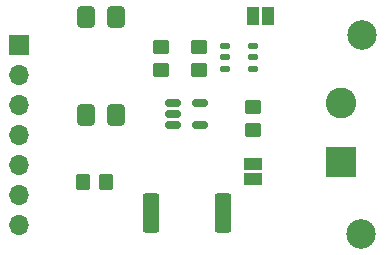
<source format=gbr>
%TF.GenerationSoftware,KiCad,Pcbnew,7.0.2*%
%TF.CreationDate,2023-11-09T14:12:05+01:00*%
%TF.ProjectId,testboard AL5801,74657374-626f-4617-9264-20414c353830,rev?*%
%TF.SameCoordinates,Original*%
%TF.FileFunction,Soldermask,Top*%
%TF.FilePolarity,Negative*%
%FSLAX46Y46*%
G04 Gerber Fmt 4.6, Leading zero omitted, Abs format (unit mm)*
G04 Created by KiCad (PCBNEW 7.0.2) date 2023-11-09 14:12:05*
%MOMM*%
%LPD*%
G01*
G04 APERTURE LIST*
G04 Aperture macros list*
%AMRoundRect*
0 Rectangle with rounded corners*
0 $1 Rounding radius*
0 $2 $3 $4 $5 $6 $7 $8 $9 X,Y pos of 4 corners*
0 Add a 4 corners polygon primitive as box body*
4,1,4,$2,$3,$4,$5,$6,$7,$8,$9,$2,$3,0*
0 Add four circle primitives for the rounded corners*
1,1,$1+$1,$2,$3*
1,1,$1+$1,$4,$5*
1,1,$1+$1,$6,$7*
1,1,$1+$1,$8,$9*
0 Add four rect primitives between the rounded corners*
20,1,$1+$1,$2,$3,$4,$5,0*
20,1,$1+$1,$4,$5,$6,$7,0*
20,1,$1+$1,$6,$7,$8,$9,0*
20,1,$1+$1,$8,$9,$2,$3,0*%
G04 Aperture macros list end*
%ADD10C,2.500000*%
%ADD11RoundRect,0.250000X0.450000X-0.350000X0.450000X0.350000X-0.450000X0.350000X-0.450000X-0.350000X0*%
%ADD12R,1.000000X1.500000*%
%ADD13R,1.500000X1.000000*%
%ADD14R,2.600000X2.600000*%
%ADD15C,2.600000*%
%ADD16RoundRect,0.249999X0.450001X1.425001X-0.450001X1.425001X-0.450001X-1.425001X0.450001X-1.425001X0*%
%ADD17RoundRect,0.137500X-0.262500X0.137500X-0.262500X-0.137500X0.262500X-0.137500X0.262500X0.137500X0*%
%ADD18RoundRect,0.250000X-0.450000X0.350000X-0.450000X-0.350000X0.450000X-0.350000X0.450000X0.350000X0*%
%ADD19RoundRect,0.150000X-0.512500X-0.150000X0.512500X-0.150000X0.512500X0.150000X-0.512500X0.150000X0*%
%ADD20RoundRect,0.375000X-0.375000X0.575000X-0.375000X-0.575000X0.375000X-0.575000X0.375000X0.575000X0*%
%ADD21RoundRect,0.250000X-0.350000X-0.450000X0.350000X-0.450000X0.350000X0.450000X-0.350000X0.450000X0*%
%ADD22R,1.700000X1.700000*%
%ADD23O,1.700000X1.700000*%
G04 APERTURE END LIST*
D10*
%TO.C,H2*%
X157480000Y-78181200D03*
%TD*%
D11*
%TO.C,R1*%
X148386800Y-69376800D03*
X148386800Y-67376800D03*
%TD*%
D12*
%TO.C,JP1*%
X148346400Y-59740800D03*
X149646400Y-59740800D03*
%TD*%
D13*
%TO.C,JP2*%
X148386800Y-72248000D03*
X148386800Y-73548000D03*
%TD*%
D14*
%TO.C,J3*%
X155778200Y-72110600D03*
D15*
X155778200Y-67110600D03*
%TD*%
D16*
%TO.C,R4*%
X145825000Y-76400000D03*
X139725000Y-76400000D03*
%TD*%
D10*
%TO.C,H1*%
X157580000Y-61281200D03*
%TD*%
D17*
%TO.C,U1*%
X148367600Y-64170600D03*
X148367600Y-63220600D03*
X148367600Y-62270600D03*
X145967600Y-62270600D03*
X145967600Y-63220600D03*
X145967600Y-64170600D03*
%TD*%
D18*
%TO.C,R3*%
X143789400Y-62322200D03*
X143789400Y-64322200D03*
%TD*%
D19*
%TO.C,U2*%
X141635900Y-67045800D03*
X141635900Y-67995800D03*
X141635900Y-68945800D03*
X143910900Y-68945800D03*
X143910900Y-67045800D03*
%TD*%
D20*
%TO.C,mosfet1*%
X134213600Y-68081804D03*
X136753600Y-68081804D03*
X136753600Y-59781804D03*
X134213600Y-59781804D03*
%TD*%
D21*
%TO.C,R5*%
X133950200Y-73736200D03*
X135950200Y-73736200D03*
%TD*%
D18*
%TO.C,R2*%
X140614400Y-62322200D03*
X140614400Y-64322200D03*
%TD*%
D22*
%TO.C,J1*%
X128575000Y-62145000D03*
D23*
X128575000Y-64685000D03*
X128575000Y-67225000D03*
X128575000Y-69765000D03*
X128575000Y-72305000D03*
X128575000Y-74845000D03*
X128575000Y-77385000D03*
%TD*%
M02*

</source>
